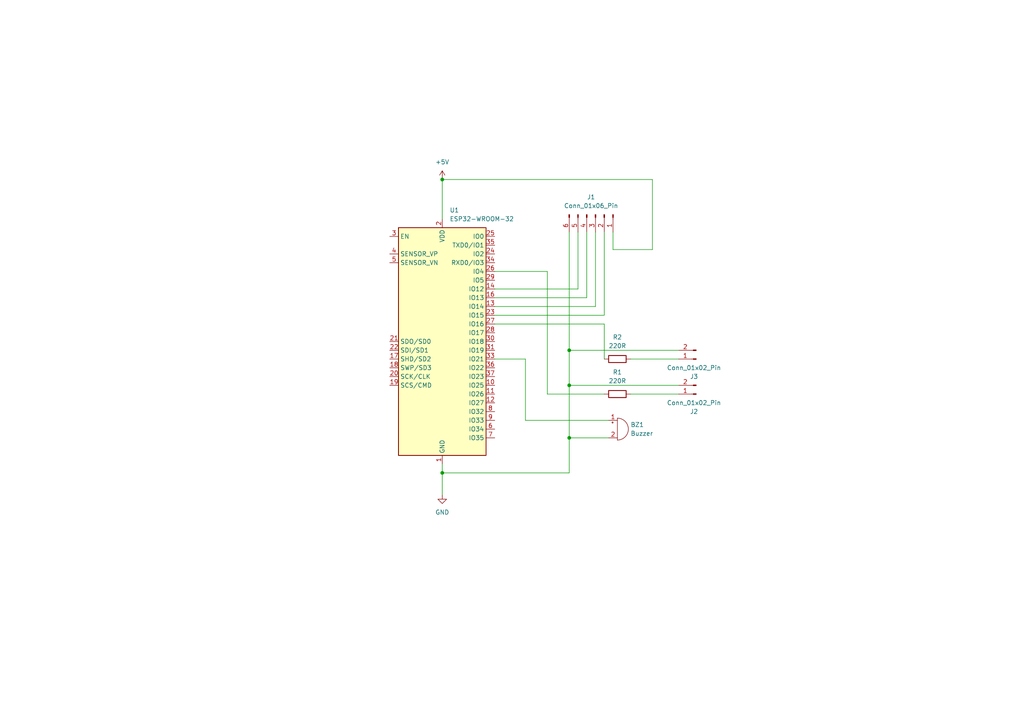
<source format=kicad_sch>
(kicad_sch (version 20250114) (generator "eeschema") (generator_version "9.0")
  (paper "A4")
  (lib_symbols
    (symbol "Connector:Conn_01x02_Pin" (pin_names (offset 1.016) (hide yes))
      (property "Reference" "J" (at 0 2.54 0))
      (property "Value" "Conn_01x02_Pin" (at 0 -5.08 0))
      (symbol "Conn_01x02_Pin_1_1"
        (rectangle (start 0.8636 0.127) (end 0 -0.127) (stroke (width 0.1524)) (fill (type outline)))
        (rectangle (start 0.8636 -2.413) (end 0 -2.667) (stroke (width 0.1524)) (fill (type outline)))
        (polyline (pts (xy 1.27 0) (xy 0.8636 0)) (stroke (width 0.1524)))
        (polyline (pts (xy 1.27 -2.54) (xy 0.8636 -2.54)) (stroke (width 0.1524)))
        (pin passive line (at 5.08 0 180) (length 3.81) (name "Pin_1") (number "1"))
        (pin passive line (at 5.08 -2.54 180) (length 3.81) (name "Pin_2") (number "2"))
      )
    )
    (symbol "Connector:Conn_01x06_Pin" (pin_names (offset 1.016) (hide yes))
      (property "Reference" "J" (at 0 7.62 0))
      (property "Value" "Conn_01x06_Pin" (at 0 -10.16 0))
      (symbol "Conn_01x06_Pin_1_1"
        (rectangle (start 0.8636 5.207) (end 0 4.953) (stroke (width 0.1524)) (fill (type outline)))
        (rectangle (start 0.8636 2.667) (end 0 2.413) (stroke (width 0.1524)) (fill (type outline)))
        (rectangle (start 0.8636 0.127) (end 0 -0.127) (stroke (width 0.1524)) (fill (type outline)))
        (rectangle (start 0.8636 -2.413) (end 0 -2.667) (stroke (width 0.1524)) (fill (type outline)))
        (rectangle (start 0.8636 -4.953) (end 0 -5.207) (stroke (width 0.1524)) (fill (type outline)))
        (rectangle (start 0.8636 -7.493) (end 0 -7.747) (stroke (width 0.1524)) (fill (type outline)))
        (polyline (pts (xy 1.27 5.08) (xy 0.8636 5.08)) (stroke (width 0.1524)))
        (polyline (pts (xy 1.27 2.54) (xy 0.8636 2.54)) (stroke (width 0.1524)))
        (polyline (pts (xy 1.27 0) (xy 0.8636 0)) (stroke (width 0.1524)))
        (polyline (pts (xy 1.27 -2.54) (xy 0.8636 -2.54)) (stroke (width 0.1524)))
        (polyline (pts (xy 1.27 -5.08) (xy 0.8636 -5.08)) (stroke (width 0.1524)))
        (polyline (pts (xy 1.27 -7.62) (xy 0.8636 -7.62)) (stroke (width 0.1524)))
        (pin passive line (at 5.08 5.08 180) (length 3.81) (name "Pin_1") (number "1"))
        (pin passive line (at 5.08 2.54 180) (length 3.81) (name "Pin_2") (number "2"))
        (pin passive line (at 5.08 0 180) (length 3.81) (name "Pin_3") (number "3"))
        (pin passive line (at 5.08 -2.54 180) (length 3.81) (name "Pin_4") (number "4"))
        (pin passive line (at 5.08 -5.08 180) (length 3.81) (name "Pin_5") (number "5"))
        (pin passive line (at 5.08 -7.62 180) (length 3.81) (name "Pin_6") (number "6"))
      )
    )
    (symbol "Device:Buzzer" (pin_names (offset 0.0254) (hide yes))
      (property "Reference" "BZ" (at 3.81 1.27 0))
      (property "Value" "Buzzer" (at 3.81 -1.27 0))
      (symbol "Buzzer_0_1"
        (polyline (pts (xy -1.651 1.905) (xy -1.143 1.905)))
        (polyline (pts (xy -1.397 2.159) (xy -1.397 1.651)))
        (arc (start 0 3.175) (mid 3.1612 0) (end 0 -3.175))
        (polyline (pts (xy 0 3.175) (xy 0 -3.175)))
      )
      (symbol "Buzzer_1_1"
        (pin passive line (at -2.54 2.54 0) (length 2.54) (name "+") (number "1"))
        (pin passive line (at -2.54 -2.54 0) (length 2.54) (name "-") (number "2"))
      )
    )
    (symbol "Device:R" (pin_numbers (hide yes)) (pin_names (offset 0))
      (property "Reference" "R" (at 2.032 0 90))
      (property "Value" "R" (at 0 0 90))
      (symbol "R_0_1"
        (rectangle (start -1.016 -2.54) (end 1.016 2.54) (stroke (width 0.254)))
      )
      (symbol "R_1_1"
        (pin passive line (at 0 3.81 270) (length 1.27) (name "~") (number "1"))
        (pin passive line (at 0 -3.81 90) (length 1.27) (name "~") (number "2"))
      )
    )
    (symbol "RF_Module:ESP32-WROOM-32"
      (property "Reference" "U" (at -12.7 34.29 0))
      (property "Value" "ESP32-WROOM-32" (at 1.27 34.29 0))
      (symbol "ESP32-WROOM-32_0_1"
        (rectangle (start -12.7 33.02) (end 12.7 -33.02) (stroke (width 0.254)) (fill (type background)))
      )
      (symbol "ESP32-WROOM-32_1_1"
        (pin input line (at -15.24 30.48 0) (length 2.54) (name "EN") (number "3"))
        (pin input line (at -15.24 25.4 0) (length 2.54) (name "SENSOR_VP") (number "4"))
        (pin input line (at -15.24 22.86 0) (length 2.54) (name "SENSOR_VN") (number "5"))
        (pin bidirectional line (at -15.24 0 0) (length 2.54) (name "SDO/SD0") (number "21"))
        (pin bidirectional line (at -15.24 -2.54 0) (length 2.54) (name "SDI/SD1") (number "22"))
        (pin bidirectional line (at -15.24 -5.08 0) (length 2.54) (name "SHD/SD2") (number "17"))
        (pin bidirectional line (at -15.24 -7.62 0) (length 2.54) (name "SWP/SD3") (number "18"))
        (pin bidirectional line (at -15.24 -10.16 0) (length 2.54) (name "SCK/CLK") (number "20"))
        (pin bidirectional line (at -15.24 -12.7 0) (length 2.54) (name "SCS/CMD") (number "19"))
        (pin no_connect line (at -12.7 -27.94 0) (length 2.54) (hide yes) (name "NC") (number "32"))
        (pin power_in line (at 0 35.56 270) (length 2.54) (name "VDD") (number "2"))
        (pin power_in line (at 0 -35.56 90) (length 2.54) (name "GND") (number "1"))
        (pin passive line (at 0 -35.56 90) (length 2.54) (hide yes) (name "GND") (number "15"))
        (pin passive line (at 0 -35.56 90) (length 2.54) (hide yes) (name "GND") (number "38"))
        (pin passive line (at 0 -35.56 90) (length 2.54) (hide yes) (name "GND") (number "39"))
        (pin bidirectional line (at 15.24 30.48 180) (length 2.54) (name "IO0") (number "25"))
        (pin bidirectional line (at 15.24 27.94 180) (length 2.54) (name "TXD0/IO1") (number "35"))
        (pin bidirectional line (at 15.24 25.4 180) (length 2.54) (name "IO2") (number "24"))
        (pin bidirectional line (at 15.24 22.86 180) (length 2.54) (name "RXD0/IO3") (number "34"))
        (pin bidirectional line (at 15.24 20.32 180) (length 2.54) (name "IO4") (number "26"))
        (pin bidirectional line (at 15.24 17.78 180) (length 2.54) (name "IO5") (number "29"))
        (pin bidirectional line (at 15.24 15.24 180) (length 2.54) (name "IO12") (number "14"))
        (pin bidirectional line (at 15.24 12.7 180) (length 2.54) (name "IO13") (number "16"))
        (pin bidirectional line (at 15.24 10.16 180) (length 2.54) (name "IO14") (number "13"))
        (pin bidirectional line (at 15.24 7.62 180) (length 2.54) (name "IO15") (number "23"))
        (pin bidirectional line (at 15.24 5.08 180) (length 2.54) (name "IO16") (number "27"))
        (pin bidirectional line (at 15.24 2.54 180) (length 2.54) (name "IO17") (number "28"))
        (pin bidirectional line (at 15.24 0 180) (length 2.54) (name "IO18") (number "30"))
        (pin bidirectional line (at 15.24 -2.54 180) (length 2.54) (name "IO19") (number "31"))
        (pin bidirectional line (at 15.24 -5.08 180) (length 2.54) (name "IO21") (number "33"))
        (pin bidirectional line (at 15.24 -7.62 180) (length 2.54) (name "IO22") (number "36"))
        (pin bidirectional line (at 15.24 -10.16 180) (length 2.54) (name "IO23") (number "37"))
        (pin bidirectional line (at 15.24 -12.7 180) (length 2.54) (name "IO25") (number "10"))
        (pin bidirectional line (at 15.24 -15.24 180) (length 2.54) (name "IO26") (number "11"))
        (pin bidirectional line (at 15.24 -17.78 180) (length 2.54) (name "IO27") (number "12"))
        (pin bidirectional line (at 15.24 -20.32 180) (length 2.54) (name "IO32") (number "8"))
        (pin bidirectional line (at 15.24 -22.86 180) (length 2.54) (name "IO33") (number "9"))
        (pin input line (at 15.24 -25.4 180) (length 2.54) (name "IO34") (number "6"))
        (pin input line (at 15.24 -27.94 180) (length 2.54) (name "IO35") (number "7"))
      )
    )
    (symbol "power:+5V" (power) (pin_numbers (hide yes)) (pin_names (offset 0) (hide yes))
      (property "Value" "+5V" (at 0 3.556 0))
      (symbol "+5V_0_1"
        (polyline (pts (xy -0.762 1.27) (xy 0 2.54)))
        (polyline (pts (xy 0 2.54) (xy 0.762 1.27)))
        (polyline (pts (xy 0 0) (xy 0 2.54)))
      )
      (symbol "+5V_1_1"
        (pin power_in line (at 0 0 90) (length 0) (name "~") (number "1"))
      )
    )
    (symbol "power:GND" (power) (pin_numbers (hide yes)) (pin_names (offset 0) (hide yes))
      (property "Value" "GND" (at 0 -3.81 0))
      (symbol "GND_0_1"
        (polyline (pts (xy 0 0) (xy 0 -1.27) (xy 1.27 -1.27) (xy 0 -2.54) (xy -1.27 -1.27) (xy 0 -1.27)))
      )
      (symbol "GND_1_1"
        (pin power_in line (at 0 0 270) (length 0) (name "~") (number "1"))
      )
    )
  )
  (junction (at 128.27 137.16))
  (junction (at 165.1 127))
  (junction (at 165.1 101.6))
  (junction (at 128.27 52.07))
  (junction (at 165.1 111.76))
  (wire (pts (xy 158.75 114.3) (xy 158.75 78.74)))
  (wire (pts (xy 175.26 91.44) (xy 143.51 91.44)))
  (wire (pts (xy 165.1 67.31) (xy 165.1 101.6)))
  (wire (pts (xy 175.26 67.31) (xy 175.26 91.44)))
  (wire (pts (xy 152.4 104.14) (xy 152.4 121.92)))
  (wire (pts (xy 165.1 137.16) (xy 128.27 137.16)))
  (wire (pts (xy 165.1 111.76) (xy 196.85 111.76)))
  (wire (pts (xy 152.4 121.92) (xy 176.53 121.92)))
  (wire (pts (xy 165.1 127) (xy 165.1 137.16)))
  (wire (pts (xy 128.27 137.16) (xy 128.27 143.51)))
  (wire (pts (xy 165.1 101.6) (xy 196.85 101.6)))
  (wire (pts (xy 182.88 104.14) (xy 196.85 104.14)))
  (wire (pts (xy 172.72 88.9) (xy 143.51 88.9)))
  (wire (pts (xy 177.8 72.39) (xy 189.23 72.39)))
  (wire (pts (xy 177.8 67.31) (xy 177.8 72.39)))
  (wire (pts (xy 128.27 134.62) (xy 128.27 137.16)))
  (wire (pts (xy 165.1 127) (xy 176.53 127)))
  (wire (pts (xy 170.18 67.31) (xy 170.18 86.36)))
  (wire (pts (xy 182.88 114.3) (xy 196.85 114.3)))
  (wire (pts (xy 167.64 67.31) (xy 167.64 83.82)))
  (wire (pts (xy 172.72 67.31) (xy 172.72 88.9)))
  (wire (pts (xy 175.26 114.3) (xy 158.75 114.3)))
  (wire (pts (xy 189.23 72.39) (xy 189.23 52.07)))
  (wire (pts (xy 167.64 83.82) (xy 143.51 83.82)))
  (wire (pts (xy 128.27 52.07) (xy 128.27 63.5)))
  (wire (pts (xy 158.75 78.74) (xy 143.51 78.74)))
  (wire (pts (xy 128.27 52.07) (xy 189.23 52.07)))
  (wire (pts (xy 165.1 111.76) (xy 165.1 127)))
  (wire (pts (xy 165.1 101.6) (xy 165.1 111.76)))
  (wire (pts (xy 175.26 93.98) (xy 175.26 104.14)))
  (wire (pts (xy 170.18 86.36) (xy 143.51 86.36)))
  (wire (pts (xy 143.51 104.14) (xy 152.4 104.14)))
  (wire (pts (xy 143.51 93.98) (xy 175.26 93.98)))
  (symbol (lib_id "RF_Module:ESP32-WROOM-32") (at 128.27 99.06 0) (unit 1)
    (property "Reference" "U1" (at 130.4133 60.96 0) (effects (justify left)))
    (property "Value" "ESP32-WROOM-32" (at 130.4133 63.5 0) (effects (justify left)))
    (property "Footprint" "RF_Module:ESP32-C3-DevKitM-1" (effects (hide yes)))
    (property "Datasheet" "https://www.espressif.com/sites/default/files/documentation/esp32-wroom-32_datasheet_en.pdf" (effects (hide yes)))
    (property "Description" "RF Module, ESP32-D0WDQ6 SoC, Wi-Fi 802.11b/g/n, Bluetooth, BLE, 32-bit, 2.7-3.6V, onboard antenna, SMD" (effects (hide yes)))
  )
  (symbol (lib_id "Connector:Conn_01x02_Pin") (at 201.93 114.3 180) (unit 1)
    (property "Reference" "J2" (at 201.295 119.38 0))
    (property "Value" "Conn_01x02_Pin" (at 201.295 116.84 0))
    (property "Footprint" "Connector_JST:JST_XH_B2B-XH-A_1x02_P2.50mm_Vertical" (effects (hide yes)))
    (property "Description" "Generic connector, single row, 01x02, script generated" (effects (hide yes)))
  )
  (symbol (lib_id "power:GND") (at 128.27 143.51 0) (unit 1)
    (property "Reference" "#PWR02" (effects (hide yes)))
    (property "Value" "GND" (at 128.27 148.59 0))
    (property "Description" "Power symbol creates a global label with name \"GND\" , ground" (effects (hide yes)))
  )
  (symbol (lib_id "Device:R") (at 179.07 104.14 270) (unit 1)
    (property "Reference" "R2" (at 179.07 97.79 90))
    (property "Value" "220R" (at 179.07 100.33 90))
    (property "Footprint" "Resistor_THT:R_Axial_DIN0204_L3.6mm_D1.6mm_P5.08mm_Vertical" (effects (hide yes)))
    (property "Description" "Resistor" (effects (hide yes)))
  )
  (symbol (lib_id "Connector:Conn_01x02_Pin") (at 201.93 104.14 180) (unit 1)
    (property "Reference" "J3" (at 201.295 109.22 0))
    (property "Value" "Conn_01x02_Pin" (at 201.295 106.68 0))
    (property "Footprint" "Connector_JST:JST_XH_B2B-XH-A_1x02_P2.50mm_Vertical" (effects (hide yes)))
    (property "Description" "Generic connector, single row, 01x02, script generated" (effects (hide yes)))
  )
  (symbol (lib_id "power:+5V") (at 128.27 52.07 0) (unit 1)
    (property "Reference" "#PWR01" (effects (hide yes)))
    (property "Value" "+5V" (at 128.27 46.99 0))
    (property "Description" "Power symbol creates a global label with name \"+5V\"" (effects (hide yes)))
  )
  (symbol (lib_id "Device:R") (at 179.07 114.3 270) (unit 1)
    (property "Reference" "R1" (at 179.07 107.95 90))
    (property "Value" "220R" (at 179.07 110.49 90))
    (property "Footprint" "Resistor_THT:R_Axial_DIN0204_L3.6mm_D1.6mm_P5.08mm_Vertical" (effects (hide yes)))
    (property "Description" "Resistor" (effects (hide yes)))
  )
  (symbol (lib_id "Device:Buzzer") (at 179.07 124.46 0) (unit 1)
    (property "Reference" "BZ1" (at 182.88 123.1899 0) (effects (justify left)))
    (property "Value" "Buzzer" (at 182.88 125.7299 0) (effects (justify left)))
    (property "Footprint" "Buzzer_Beeper:Buzzer_12x9.5RM7.6" (effects (hide yes)))
    (property "Description" "Buzzer, polarized" (effects (hide yes)))
  )
  (symbol (lib_id "Connector:Conn_01x06_Pin") (at 172.72 62.23 270) (unit 1)
    (property "Reference" "J1" (at 171.45 57.15 90))
    (property "Value" "Conn_01x06_Pin" (at 171.45 59.69 90))
    (property "Footprint" "Connector_JST:JST_XH_B6B-XH-A_1x06_P2.50mm_Vertical" (effects (hide yes)))
    (property "Description" "Generic connector, single row, 01x06, script generated" (effects (hide yes)))
  )
)
</source>
